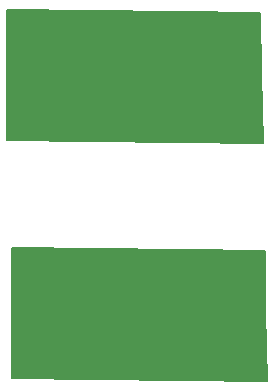
<source format=gbr>
%FSLAX34Y34*%
%MOMM*%
%LNOUTLINE*%
G71*
G01*
%ADD10C,0.150*%
%LPD*%
G36*
X842142Y39755D02*
X842942Y-11895D01*
X844142Y-69895D01*
X627942Y-67895D01*
X627942Y42755D01*
X842142Y39755D01*
G37*
G54D10*
X842142Y39755D02*
X842942Y-11895D01*
X844142Y-69895D01*
X627942Y-67895D01*
X627942Y42755D01*
X842142Y39755D01*
G36*
X845642Y-161745D02*
X846442Y-213395D01*
X847642Y-271395D01*
X631442Y-269395D01*
X631442Y-158745D01*
X845642Y-161745D01*
G37*
G54D10*
X845642Y-161745D02*
X846442Y-213395D01*
X847642Y-271395D01*
X631442Y-269395D01*
X631442Y-158745D01*
X845642Y-161745D01*
M02*

</source>
